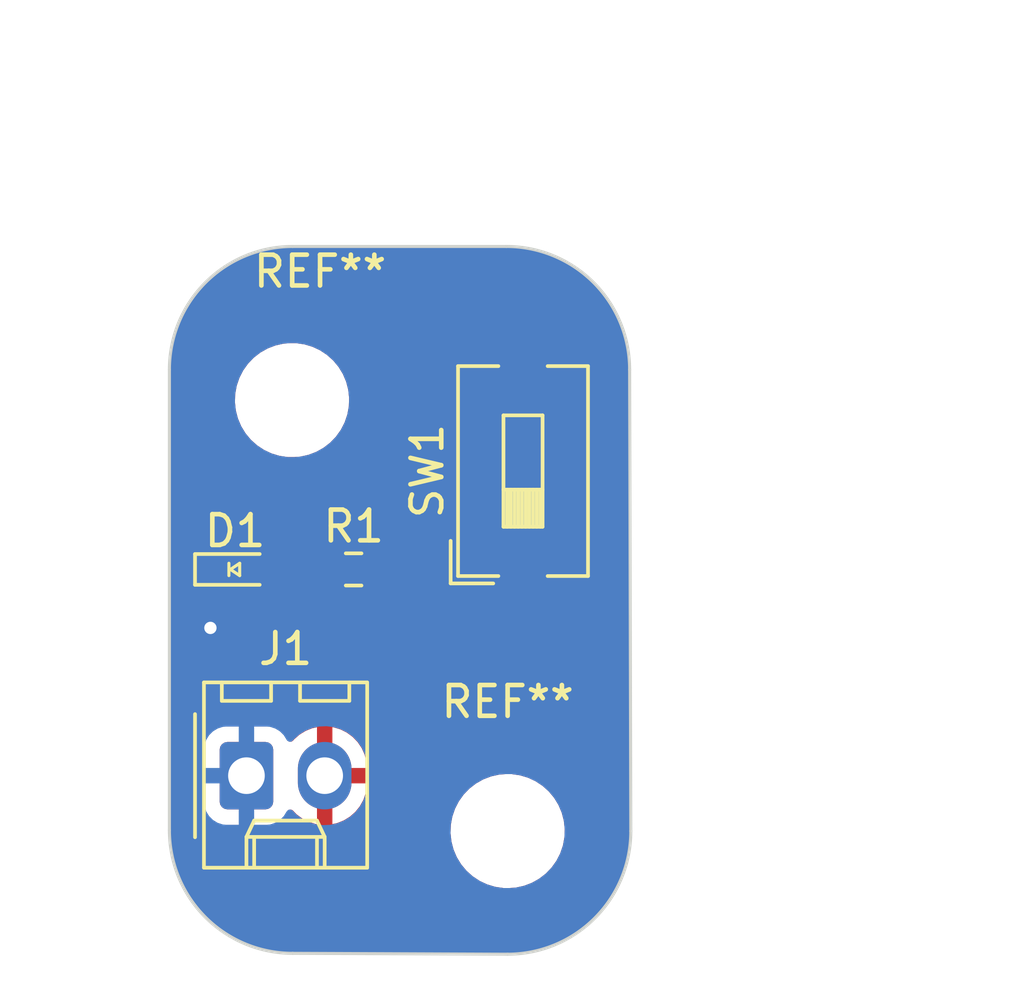
<source format=kicad_pcb>
(kicad_pcb (version 20221018) (generator pcbnew)
  (title_block (title "LED Project") (date "2022-08-16") (rev "1.0") (company "Illini Solar Car") (comment 1 "Designed By: Grant Ross"))
  (layers (0 "F.Cu" signal) (31 "B.Cu" signal) (34 "B.Paste" user) (35 "F.Paste" user) (36 "B.SilkS" user "B.Silkscreen") (37 "F.SilkS" user "F.Silkscreen") (38 "B.Mask" user) (39 "F.Mask" user) (44 "Edge.Cuts" user))
  (net 0 "")
  (net 1 "GND")
  (net 2 "Net-(D1-A)")
  (net 3 "+3V3")
  (net 4 "Net-(R1-Pad1)")
  (footprint "Button_Switch_SMD:SW_DIP_SPSTx01_Slide_6.7x4.1mm_W8.61mm_P2.54mm_LowProfile" (layer "F.Cu") (at 105.5 66.305 90)
    (fp_text reference "SW1" (at 0 -3.11 90) (layer "F.SilkS"))
    (fp_text value "SW_Push")
    (fp_line (start -3.65 -2.35) (end -3.65 -0.967) (stroke (width 0.12)) (layer "F.SilkS"))
    (fp_line (start -3.65 -2.35) (end -2.267 -2.35) (stroke (width 0.12)) (layer "F.SilkS"))
    (fp_line (start -3.41 -2.11) (end -3.41 -0.8) (stroke (width 0.12)) (layer "F.SilkS"))
    (fp_line (start -3.41 -2.11) (end 3.41 -2.11) (stroke (width 0.12)) (layer "F.SilkS"))
    (fp_line (start -3.41 0.8) (end -3.41 2.11) (stroke (width 0.12)) (layer "F.SilkS"))
    (fp_line (start -3.41 2.11) (end 3.41 2.11) (stroke (width 0.12)) (layer "F.SilkS"))
    (fp_line (start -1.81 -0.635) (end -1.81 0.635) (stroke (width 0.12)) (layer "F.SilkS"))
    (fp_line (start -1.81 -0.515) (end -0.603333 -0.515) (stroke (width 0.12)) (layer "F.SilkS"))
    (fp_line (start -1.81 -0.395) (end -0.603333 -0.395) (stroke (width 0.12)) (layer "F.SilkS"))
    (fp_line (start -1.81 -0.275) (end -0.603333 -0.275) (stroke (width 0.12)) (layer "F.SilkS"))
    (fp_line (start -1.81 -0.155) (end -0.603333 -0.155) (stroke (width 0.12)) (layer "F.SilkS"))
    (fp_line (start -1.81 -0.035) (end -0.603333 -0.035) (stroke (width 0.12)) (layer "F.SilkS"))
    (fp_line (start -1.81 0.085) (end -0.603333 0.085) (stroke (width 0.12)) (layer "F.SilkS"))
    (fp_line (start -1.81 0.205) (end -0.603333 0.205) (stroke (width 0.12)) (layer "F.SilkS"))
    (fp_line (start -1.81 0.325) (end -0.603333 0.325) (stroke (width 0.12)) (layer "F.SilkS"))
    (fp_line (start -1.81 0.445) (end -0.603333 0.445) (stroke (width 0.12)) (layer "F.SilkS"))
    (fp_line (start -1.81 0.565) (end -0.603333 0.565) (stroke (width 0.12)) (layer "F.SilkS"))
    (fp_line (start -1.81 0.635) (end 1.81 0.635) (stroke (width 0.12)) (layer "F.SilkS"))
    (fp_line (start -0.603333 -0.635) (end -0.603333 0.635) (stroke (width 0.12)) (layer "F.SilkS"))
    (fp_line (start 1.81 -0.635) (end -1.81 -0.635) (stroke (width 0.12)) (layer "F.SilkS"))
    (fp_line (start 1.81 0.635) (end 1.81 -0.635) (stroke (width 0.12)) (layer "F.SilkS"))
    (fp_line (start 3.41 -2.11) (end 3.41 -0.8) (stroke (width 0.12)) (layer "F.SilkS"))
    (fp_line (start 3.41 0.8) (end 3.41 2.11) (stroke (width 0.12)) (layer "F.SilkS"))
    (pad "1" smd rect (at -4.305 0 90) (size 2.44 1.12) (layers "F.Cu" "F.Paste" "F.Mask") (net 3 "+3V3"))
    (pad "2" smd rect (at 4.305 0 90) (size 2.44 1.12) (layers "F.Cu" "F.Paste" "F.Mask") (net 4 "Net-(R1-Pad1)"))
  )
  (footprint "Connector_Molex:Molex_KK-254_AE-6410-02A_1x02_P2.54mm_Vertical" (layer "F.Cu") (at 96.52 76.2)
    (fp_text reference "J1" (at 1.27 -4.12) (layer "F.SilkS"))
    (fp_text value "Conn_01x02")
    (fp_line (start -1.67 -2) (end -1.67 2) (stroke (width 0.12)) (layer "F.SilkS"))
    (fp_line (start -1.38 -3.03) (end -1.38 2.99) (stroke (width 0.12)) (layer "F.SilkS"))
    (fp_line (start -1.38 2.99) (end 3.92 2.99) (stroke (width 0.12)) (layer "F.SilkS"))
    (fp_line (start -0.8 -3.03) (end -0.8 -2.43) (stroke (width 0.12)) (layer "F.SilkS"))
    (fp_line (start -0.8 -2.43) (end 0.8 -2.43) (stroke (width 0.12)) (layer "F.SilkS"))
    (fp_line (start 0 1.99) (end 0.25 1.46) (stroke (width 0.12)) (layer "F.SilkS"))
    (fp_line (start 0 1.99) (end 2.54 1.99) (stroke (width 0.12)) (layer "F.SilkS"))
    (fp_line (start 0 2.99) (end 0 1.99) (stroke (width 0.12)) (layer "F.SilkS"))
    (fp_line (start 0.25 1.46) (end 2.29 1.46) (stroke (width 0.12)) (layer "F.SilkS"))
    (fp_line (start 0.25 2.99) (end 0.25 1.99) (stroke (width 0.12)) (layer "F.SilkS"))
    (fp_line (start 0.8 -2.43) (end 0.8 -3.03) (stroke (width 0.12)) (layer "F.SilkS"))
    (fp_line (start 1.74 -3.03) (end 1.74 -2.43) (stroke (width 0.12)) (layer "F.SilkS"))
    (fp_line (start 1.74 -2.43) (end 3.34 -2.43) (stroke (width 0.12)) (layer "F.SilkS"))
    (fp_line (start 2.29 1.46) (end 2.54 1.99) (stroke (width 0.12)) (layer "F.SilkS"))
    (fp_line (start 2.29 2.99) (end 2.29 1.99) (stroke (width 0.12)) (layer "F.SilkS"))
    (fp_line (start 2.54 1.99) (end 2.54 2.99) (stroke (width 0.12)) (layer "F.SilkS"))
    (fp_line (start 3.34 -2.43) (end 3.34 -3.03) (stroke (width 0.12)) (layer "F.SilkS"))
    (fp_line (start 3.92 -3.03) (end -1.38 -3.03) (stroke (width 0.12)) (layer "F.SilkS"))
    (fp_line (start 3.92 2.99) (end 3.92 -3.03) (stroke (width 0.12)) (layer "F.SilkS"))
    (pad "1" thru_hole roundrect (at 0 0) (size 1.74 2.19) (drill 1.19) (layers "*.Cu" "*.Mask") (roundrect_rratio 0.143678) (net 1 "GND"))
    (pad "2" thru_hole oval (at 2.54 0) (size 1.74 2.19) (drill 1.19) (layers "*.Cu" "*.Mask") (net 3 "+3V3"))
  )
  (footprint "MountingHole:MountingHole_3.2mm_M3" (layer "F.Cu") (at 98 64)
    (fp_text reference "REF**" (at 0.91 -4.18) (layer "F.SilkS"))
    (fp_text value "MountingHole_3.2mm_M3")
    (pad "" np_thru_hole circle (at 0 0) (size 3.2 3.2) (drill 3.2) (layers "*.Cu" "*.Mask"))
  )
  (footprint "Resistor_SMD:R_0603_1608Metric_Pad0.98x0.95mm_HandSolder" (layer "F.Cu") (at 100 69.5 180)
    (fp_text reference "R1" (at 0 1.4) (layer "F.SilkS"))
    (fp_text value "105")
    (fp_line (start -0.254724 -0.5225) (end 0.254724 -0.5225) (stroke (width 0.12)) (layer "F.SilkS"))
    (fp_line (start -0.254724 0.5225) (end 0.254724 0.5225) (stroke (width 0.12)) (layer "F.SilkS"))
    (pad "1" smd roundrect (at -0.9125 0 180) (size 0.975 0.95) (layers "F.Cu" "F.Paste" "F.Mask") (net 4 "Net-(R1-Pad1)"))
    (pad "2" smd roundrect (at 0.9125 0 180) (size 0.975 0.95) (layers "F.Cu" "F.Paste" "F.Mask") (net 2 "Net-(D1-A)"))
  )
  (footprint "MountingHole:MountingHole_3.2mm_M3" (layer "F.Cu") (at 105 78)
    (fp_text reference "REF**" (at 0 -4.2) (layer "F.SilkS"))
    (fp_text value "MountingHole_3.2mm_M3")
    (pad "" np_thru_hole circle (at 0 0) (size 3.2 3.2) (drill 3.2) (layers "*.Cu" "*.Mask"))
  )
  (footprint "layout:LED_0603_Symbol_on_F.SilkS" (layer "F.Cu") (at 96.15 69.5)
    (fp_text reference "D1" (at 0 -1.25) (layer "F.SilkS"))
    (fp_text value "LED_RED")
    (fp_line (start -1.3 -0.5) (end -1.3 0.5) (stroke (width 0.12)) (layer "F.SilkS"))
    (fp_line (start -1.3 -0.5) (end 0.8 -0.5) (stroke (width 0.12)) (layer "F.SilkS"))
    (fp_line (start -1.3 0.5) (end 0.8 0.5) (stroke (width 0.12)) (layer "F.SilkS"))
    (fp_line (start -0.2 -0.2) (end -0.2 0.2) (stroke (width 0.1)) (layer "F.SilkS"))
    (fp_line (start -0.15 0) (end 0.15 -0.2) (stroke (width 0.1)) (layer "F.SilkS"))
    (fp_line (start 0.15 -0.2) (end 0.15 0.2) (stroke (width 0.1)) (layer "F.SilkS"))
    (fp_line (start 0.15 0.2) (end -0.15 0) (stroke (width 0.1)) (layer "F.SilkS"))
    (pad "1" smd rect (at -0.8 0 180) (size 0.8 0.8) (layers "F.Cu" "F.Paste" "F.Mask") (net 1 "GND"))
    (pad "2" smd rect (at 0.8 0 180) (size 0.8 0.8) (layers "F.Cu" "F.Paste" "F.Mask") (net 2 "Net-(D1-A)"))
  )
  (gr_line (start 94.018427 77.971573) (end 94.018427 63.008427) (stroke (width 0.1)) (layer "Edge.Cuts"))
  (gr_arc (start 109 78) (mid 107.828427 80.828427) (end 105 82) (stroke (width 0.1)) (layer "Edge.Cuts"))
  (gr_line (start 98.018427 59.008427) (end 104.961573 59.008427) (stroke (width 0.1)) (layer "Edge.Cuts"))
  (gr_line (start 109 78) (end 108.961573 63.008427) (stroke (width 0.1)) (layer "Edge.Cuts"))
  (gr_arc (start 98.018427 81.971573) (mid 95.19 80.8) (end 94.018427 77.971573) (stroke (width 0.1)) (layer "Edge.Cuts"))
  (gr_arc (start 94.018427 63.008427) (mid 95.19 60.18) (end 98.018427 59.008427) (stroke (width 0.1)) (layer "Edge.Cuts"))
  (gr_line (start 98.018427 81.971573) (end 105 82) (stroke (width 0.1)) (layer "Edge.Cuts"))
  (gr_arc (start 104.961573 59.008427) (mid 107.79 60.18) (end 108.961573 63.008427) (stroke (width 0.1)) (layer "Edge.Cuts"))
  (segment (start 95.35 69.5) (end 95.35 71.4) (width 0.25) (layer "F.Cu") (net 1))
  (via (at 95.35 71.4) (size 0.8) (drill 0.4) (layers "F.Cu" "B.Cu") (net 1))
  (segment (start 99.0875 69.5) (end 96.95 69.5) (width 0.25) (layer "F.Cu") (net 2))
  (segment (start 102.65 63.3) (end 102.65 65.65) (width 0.25) (layer "F.Cu") (net 4))
  (segment (start 105.5 62) (end 103.95 62) (width 0.25) (layer "F.Cu") (net 4))
  (segment (start 100.9 69.4875) (end 100.9125 69.5) (width 0.25) (layer "F.Cu") (net 4))
  (segment (start 103.95 62) (end 102.65 63.3) (width 0.25) (layer "F.Cu") (net 4))
  (segment (start 100.9 67.4) (end 100.9 69.4875) (width 0.25) (layer "F.Cu") (net 4))
  (segment (start 102.65 65.65) (end 100.9 67.4) (width 0.25) (layer "F.Cu") (net 4))
  (zone (net 3) (net_name "+3V3") (layer "F.Cu") (connect_pads (clearance 0.508)) (min_thickness 0.25) (fill yes (thermal_gap 0.5) (thermal_bridge_width 0.5))
    (polygon (pts (xy 94 59) (xy 109 59) (xy 109 82) (xy 94 82)))
  )
  (zone (net 1) (net_name "GND") (layer "B.Cu") (priority 1) (connect_pads (clearance 0.508)) (min_thickness 0.25) (fill yes (thermal_gap 0.5) (thermal_bridge_width 0.5))
    (polygon (pts (xy 94 59) (xy 109 59) (xy 109 82) (xy 94 82)))
  )
)
</source>
